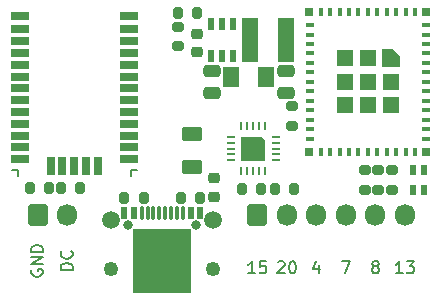
<source format=gbr>
%TF.GenerationSoftware,KiCad,Pcbnew,(6.0.2-0)*%
%TF.CreationDate,2022-03-06T08:12:54+00:00*%
%TF.ProjectId,Glider,476c6964-6572-42e6-9b69-6361645f7063,1*%
%TF.SameCoordinates,Original*%
%TF.FileFunction,Soldermask,Top*%
%TF.FilePolarity,Negative*%
%FSLAX46Y46*%
G04 Gerber Fmt 4.6, Leading zero omitted, Abs format (unit mm)*
G04 Created by KiCad (PCBNEW (6.0.2-0)) date 2022-03-06 08:12:54*
%MOMM*%
%LPD*%
G01*
G04 APERTURE LIST*
G04 Aperture macros list*
%AMRoundRect*
0 Rectangle with rounded corners*
0 $1 Rounding radius*
0 $2 $3 $4 $5 $6 $7 $8 $9 X,Y pos of 4 corners*
0 Add a 4 corners polygon primitive as box body*
4,1,4,$2,$3,$4,$5,$6,$7,$8,$9,$2,$3,0*
0 Add four circle primitives for the rounded corners*
1,1,$1+$1,$2,$3*
1,1,$1+$1,$4,$5*
1,1,$1+$1,$6,$7*
1,1,$1+$1,$8,$9*
0 Add four rect primitives between the rounded corners*
20,1,$1+$1,$2,$3,$4,$5,0*
20,1,$1+$1,$4,$5,$6,$7,0*
20,1,$1+$1,$6,$7,$8,$9,0*
20,1,$1+$1,$8,$9,$2,$3,0*%
%AMOutline5P*
0 Free polygon, 5 corners , with rotation*
0 The origin of the aperture is its center*
0 number of corners: always 5*
0 $1 to $10 corner X, Y*
0 $11 Rotation angle, in degrees counterclockwise*
0 create outline with 5 corners*
4,1,5,$1,$2,$3,$4,$5,$6,$7,$8,$9,$10,$1,$2,$11*%
%AMOutline6P*
0 Free polygon, 6 corners , with rotation*
0 The origin of the aperture is its center*
0 number of corners: always 6*
0 $1 to $12 corner X, Y*
0 $13 Rotation angle, in degrees counterclockwise*
0 create outline with 6 corners*
4,1,6,$1,$2,$3,$4,$5,$6,$7,$8,$9,$10,$11,$12,$1,$2,$13*%
%AMOutline7P*
0 Free polygon, 7 corners , with rotation*
0 The origin of the aperture is its center*
0 number of corners: always 7*
0 $1 to $14 corner X, Y*
0 $15 Rotation angle, in degrees counterclockwise*
0 create outline with 7 corners*
4,1,7,$1,$2,$3,$4,$5,$6,$7,$8,$9,$10,$11,$12,$13,$14,$1,$2,$15*%
%AMOutline8P*
0 Free polygon, 8 corners , with rotation*
0 The origin of the aperture is its center*
0 number of corners: always 8*
0 $1 to $16 corner X, Y*
0 $17 Rotation angle, in degrees counterclockwise*
0 create outline with 8 corners*
4,1,8,$1,$2,$3,$4,$5,$6,$7,$8,$9,$10,$11,$12,$13,$14,$15,$16,$1,$2,$17*%
G04 Aperture macros list end*
%ADD10C,0.200000*%
%ADD11RoundRect,0.200000X0.200000X0.275000X-0.200000X0.275000X-0.200000X-0.275000X0.200000X-0.275000X0*%
%ADD12R,0.600000X1.140000*%
%ADD13RoundRect,0.075000X-0.075000X-0.495000X0.075000X-0.495000X0.075000X0.495000X-0.075000X0.495000X0*%
%ADD14R,5.000000X5.490000*%
%ADD15C,1.500000*%
%ADD16C,0.800000*%
%ADD17C,1.250000*%
%ADD18RoundRect,0.200000X0.275000X-0.200000X0.275000X0.200000X-0.275000X0.200000X-0.275000X-0.200000X0*%
%ADD19R,0.500000X0.850000*%
%ADD20RoundRect,0.250000X-0.625000X0.375000X-0.625000X-0.375000X0.625000X-0.375000X0.625000X0.375000X0*%
%ADD21RoundRect,0.225000X-0.250000X0.225000X-0.250000X-0.225000X0.250000X-0.225000X0.250000X0.225000X0*%
%ADD22R,1.500000X0.700000*%
%ADD23R,0.700000X1.500000*%
%ADD24RoundRect,0.200000X-0.275000X0.200000X-0.275000X-0.200000X0.275000X-0.200000X0.275000X0.200000X0*%
%ADD25RoundRect,0.200000X-0.200000X-0.275000X0.200000X-0.275000X0.200000X0.275000X-0.200000X0.275000X0*%
%ADD26RoundRect,0.250000X-0.600000X-0.675000X0.600000X-0.675000X0.600000X0.675000X-0.600000X0.675000X0*%
%ADD27O,1.700000X1.850000*%
%ADD28R,0.400000X0.800000*%
%ADD29R,0.800000X0.400000*%
%ADD30Outline5P,-0.725000X0.130500X-0.130500X0.725000X0.725000X0.725000X0.725000X-0.725000X-0.725000X-0.725000X270.000000*%
%ADD31R,1.450000X1.450000*%
%ADD32R,0.700000X0.700000*%
%ADD33RoundRect,0.062500X-0.062500X0.287500X-0.062500X-0.287500X0.062500X-0.287500X0.062500X0.287500X0*%
%ADD34RoundRect,0.062500X-0.287500X0.062500X-0.287500X-0.062500X0.287500X-0.062500X0.287500X0.062500X0*%
%ADD35Outline5P,-1.000000X0.750000X-0.750000X1.000000X1.000000X1.000000X1.000000X-1.000000X-1.000000X-1.000000X270.000000*%
%ADD36RoundRect,0.225000X0.250000X-0.225000X0.250000X0.225000X-0.250000X0.225000X-0.250000X-0.225000X0*%
%ADD37R,0.600000X1.100000*%
%ADD38R,1.425000X3.700000*%
%ADD39RoundRect,0.249375X-0.463125X-0.625625X0.463125X-0.625625X0.463125X0.625625X-0.463125X0.625625X0*%
%ADD40RoundRect,0.250000X-0.475000X0.250000X-0.475000X-0.250000X0.475000X-0.250000X0.475000X0.250000X0*%
G04 APERTURE END LIST*
D10*
X86000000Y-140261904D02*
X85952380Y-140357142D01*
X85952380Y-140500000D01*
X86000000Y-140642857D01*
X86095238Y-140738095D01*
X86190476Y-140785714D01*
X86380952Y-140833333D01*
X86523809Y-140833333D01*
X86714285Y-140785714D01*
X86809523Y-140738095D01*
X86904761Y-140642857D01*
X86952380Y-140500000D01*
X86952380Y-140404761D01*
X86904761Y-140261904D01*
X86857142Y-140214285D01*
X86523809Y-140214285D01*
X86523809Y-140404761D01*
X86952380Y-139785714D02*
X85952380Y-139785714D01*
X86952380Y-139214285D01*
X85952380Y-139214285D01*
X86952380Y-138738095D02*
X85952380Y-138738095D01*
X85952380Y-138500000D01*
X86000000Y-138357142D01*
X86095238Y-138261904D01*
X86190476Y-138214285D01*
X86380952Y-138166666D01*
X86523809Y-138166666D01*
X86714285Y-138214285D01*
X86809523Y-138261904D01*
X86904761Y-138357142D01*
X86952380Y-138500000D01*
X86952380Y-138738095D01*
X104909523Y-140552380D02*
X104338095Y-140552380D01*
X104623809Y-140552380D02*
X104623809Y-139552380D01*
X104528571Y-139695238D01*
X104433333Y-139790476D01*
X104338095Y-139838095D01*
X105814285Y-139552380D02*
X105338095Y-139552380D01*
X105290476Y-140028571D01*
X105338095Y-139980952D01*
X105433333Y-139933333D01*
X105671428Y-139933333D01*
X105766666Y-139980952D01*
X105814285Y-140028571D01*
X105861904Y-140123809D01*
X105861904Y-140361904D01*
X105814285Y-140457142D01*
X105766666Y-140504761D01*
X105671428Y-140552380D01*
X105433333Y-140552380D01*
X105338095Y-140504761D01*
X105290476Y-140457142D01*
X115004761Y-139980952D02*
X114909523Y-139933333D01*
X114861904Y-139885714D01*
X114814285Y-139790476D01*
X114814285Y-139742857D01*
X114861904Y-139647619D01*
X114909523Y-139600000D01*
X115004761Y-139552380D01*
X115195238Y-139552380D01*
X115290476Y-139600000D01*
X115338095Y-139647619D01*
X115385714Y-139742857D01*
X115385714Y-139790476D01*
X115338095Y-139885714D01*
X115290476Y-139933333D01*
X115195238Y-139980952D01*
X115004761Y-139980952D01*
X114909523Y-140028571D01*
X114861904Y-140076190D01*
X114814285Y-140171428D01*
X114814285Y-140361904D01*
X114861904Y-140457142D01*
X114909523Y-140504761D01*
X115004761Y-140552380D01*
X115195238Y-140552380D01*
X115290476Y-140504761D01*
X115338095Y-140457142D01*
X115385714Y-140361904D01*
X115385714Y-140171428D01*
X115338095Y-140076190D01*
X115290476Y-140028571D01*
X115195238Y-139980952D01*
X89452380Y-140261904D02*
X88452380Y-140261904D01*
X88452380Y-140023809D01*
X88500000Y-139880952D01*
X88595238Y-139785714D01*
X88690476Y-139738095D01*
X88880952Y-139690476D01*
X89023809Y-139690476D01*
X89214285Y-139738095D01*
X89309523Y-139785714D01*
X89404761Y-139880952D01*
X89452380Y-140023809D01*
X89452380Y-140261904D01*
X89357142Y-138690476D02*
X89404761Y-138738095D01*
X89452380Y-138880952D01*
X89452380Y-138976190D01*
X89404761Y-139119047D01*
X89309523Y-139214285D01*
X89214285Y-139261904D01*
X89023809Y-139309523D01*
X88880952Y-139309523D01*
X88690476Y-139261904D01*
X88595238Y-139214285D01*
X88500000Y-139119047D01*
X88452380Y-138976190D01*
X88452380Y-138880952D01*
X88500000Y-138738095D01*
X88547619Y-138690476D01*
X112266666Y-139552380D02*
X112933333Y-139552380D01*
X112504761Y-140552380D01*
X117409523Y-140552380D02*
X116838095Y-140552380D01*
X117123809Y-140552380D02*
X117123809Y-139552380D01*
X117028571Y-139695238D01*
X116933333Y-139790476D01*
X116838095Y-139838095D01*
X117742857Y-139552380D02*
X118361904Y-139552380D01*
X118028571Y-139933333D01*
X118171428Y-139933333D01*
X118266666Y-139980952D01*
X118314285Y-140028571D01*
X118361904Y-140123809D01*
X118361904Y-140361904D01*
X118314285Y-140457142D01*
X118266666Y-140504761D01*
X118171428Y-140552380D01*
X117885714Y-140552380D01*
X117790476Y-140504761D01*
X117742857Y-140457142D01*
X110290476Y-139885714D02*
X110290476Y-140552380D01*
X110052380Y-139504761D02*
X109814285Y-140219047D01*
X110433333Y-140219047D01*
X106838095Y-139647619D02*
X106885714Y-139600000D01*
X106980952Y-139552380D01*
X107219047Y-139552380D01*
X107314285Y-139600000D01*
X107361904Y-139647619D01*
X107409523Y-139742857D01*
X107409523Y-139838095D01*
X107361904Y-139980952D01*
X106790476Y-140552380D01*
X107409523Y-140552380D01*
X108028571Y-139552380D02*
X108123809Y-139552380D01*
X108219047Y-139600000D01*
X108266666Y-139647619D01*
X108314285Y-139742857D01*
X108361904Y-139933333D01*
X108361904Y-140171428D01*
X108314285Y-140361904D01*
X108266666Y-140457142D01*
X108219047Y-140504761D01*
X108123809Y-140552380D01*
X108028571Y-140552380D01*
X107933333Y-140504761D01*
X107885714Y-140457142D01*
X107838095Y-140361904D01*
X107790476Y-140171428D01*
X107790476Y-139933333D01*
X107838095Y-139742857D01*
X107885714Y-139647619D01*
X107933333Y-139600000D01*
X108028571Y-139552380D01*
%TO.C,U2*%
X84800000Y-131850000D02*
X84800000Y-132350000D01*
X94400000Y-131850000D02*
X94900000Y-131850000D01*
X94400000Y-131850000D02*
X94400000Y-132350000D01*
X84800000Y-131850000D02*
X84300000Y-131850000D01*
%TD*%
D11*
%TO.C,R2*%
X95475000Y-134150000D03*
X93825000Y-134150000D03*
%TD*%
D12*
%TO.C,J3*%
X93850000Y-135440000D03*
X94650000Y-135440000D03*
D13*
X95800000Y-135440000D03*
X96800000Y-135440000D03*
X97300000Y-135440000D03*
X98300000Y-135440000D03*
D12*
X100250000Y-135440000D03*
X99450000Y-135440000D03*
D13*
X98800000Y-135440000D03*
X97800000Y-135440000D03*
X96300000Y-135440000D03*
X95300000Y-135440000D03*
D14*
X97050000Y-139555000D03*
D15*
X101370000Y-136020000D03*
X92730000Y-136020000D03*
D16*
X99940000Y-136510000D03*
D17*
X101370000Y-140190000D03*
X92730000Y-140190000D03*
D16*
X94160000Y-136510000D03*
%TD*%
D11*
%TO.C,R3*%
X100275000Y-134150000D03*
X98625000Y-134150000D03*
%TD*%
D18*
%TO.C,R9*%
X114200000Y-133475000D03*
X114200000Y-131825000D03*
%TD*%
%TO.C,R10*%
X116500000Y-133475000D03*
X116500000Y-131825000D03*
%TD*%
%TO.C,R11*%
X115350000Y-133475000D03*
X115350000Y-131825000D03*
%TD*%
D19*
%TO.C,D2*%
X119250000Y-131775000D03*
X119250000Y-133525000D03*
X118250000Y-133525000D03*
X118250000Y-131775000D03*
%TD*%
D20*
%TO.C,D1*%
X99600000Y-128800000D03*
X99600000Y-131600000D03*
%TD*%
D21*
%TO.C,C1*%
X101400000Y-132525000D03*
X101400000Y-134075000D03*
%TD*%
D22*
%TO.C,U2*%
X94200000Y-130900000D03*
X94200000Y-129900000D03*
X94200000Y-128900000D03*
X94200000Y-127900000D03*
X94200000Y-126900000D03*
X94200000Y-125900000D03*
X94200000Y-124900000D03*
X94200000Y-123900000D03*
X94200000Y-122900000D03*
X94200000Y-121900000D03*
X94200000Y-120900000D03*
X94200000Y-119900000D03*
X94200000Y-118750000D03*
X85000000Y-118750000D03*
X85000000Y-119900000D03*
X85000000Y-120900000D03*
X85000000Y-121900000D03*
X85000000Y-122900000D03*
X85000000Y-123900000D03*
X85000000Y-124900000D03*
X85000000Y-125900000D03*
X85000000Y-126900000D03*
X85000000Y-127900000D03*
X85000000Y-128900000D03*
X85000000Y-129900000D03*
X85000000Y-130900000D03*
D23*
X87600000Y-131500000D03*
X88600000Y-131500000D03*
X89600000Y-131500000D03*
X90600000Y-131500000D03*
X91600000Y-131500000D03*
%TD*%
D24*
%TO.C,R1*%
X108070000Y-126425000D03*
X108070000Y-128075000D03*
%TD*%
D25*
%TO.C,R4*%
X103775000Y-133400000D03*
X105425000Y-133400000D03*
%TD*%
D26*
%TO.C,J2*%
X105100000Y-135650000D03*
D27*
X107600000Y-135650000D03*
X110100000Y-135650000D03*
X112600000Y-135650000D03*
X115100000Y-135650000D03*
X117600000Y-135650000D03*
%TD*%
D28*
%TO.C,U1*%
X118456750Y-118450000D03*
X117656750Y-118450000D03*
X116856750Y-118450000D03*
X116056750Y-118450000D03*
X115256750Y-118450000D03*
X114456750Y-118450000D03*
X113656750Y-118450000D03*
X112856750Y-118450000D03*
X112056750Y-118450000D03*
X111256750Y-118450000D03*
X110456750Y-118450000D03*
D29*
X109556750Y-119550000D03*
X109556750Y-120350000D03*
X109556750Y-121150000D03*
X109556750Y-121950000D03*
X109556750Y-122750000D03*
X109556750Y-123550000D03*
X109556750Y-124350000D03*
X109556750Y-125150000D03*
X109556750Y-125950000D03*
X109556750Y-126750000D03*
X109556750Y-127550000D03*
X109556750Y-128350000D03*
X109556750Y-129150000D03*
D28*
X110456750Y-130250000D03*
X111256750Y-130250000D03*
X112056750Y-130250000D03*
X112856750Y-130250000D03*
X113656750Y-130250000D03*
X114456750Y-130250000D03*
X115256750Y-130250000D03*
X116056750Y-130250000D03*
X116856750Y-130250000D03*
X117656750Y-130250000D03*
X118456750Y-130250000D03*
D29*
X119356750Y-129150000D03*
X119356750Y-128350000D03*
X119356750Y-127550000D03*
X119356750Y-126750000D03*
X119356750Y-125950000D03*
X119356750Y-125150000D03*
X119356750Y-124350000D03*
X119356750Y-123550000D03*
X119356750Y-122750000D03*
X119356750Y-121950000D03*
X119356750Y-121150000D03*
X119356750Y-120350000D03*
X119356750Y-119550000D03*
D30*
X116431750Y-122375000D03*
D31*
X112481750Y-124350000D03*
X116431750Y-124350000D03*
X114456750Y-126325000D03*
X112481750Y-122375000D03*
X114456750Y-122375000D03*
X116431750Y-126325000D03*
X114456750Y-124350000D03*
X112481750Y-126325000D03*
D32*
X119406750Y-130300000D03*
X109506750Y-130300000D03*
X109506750Y-118400000D03*
X119406750Y-118400000D03*
%TD*%
D11*
%TO.C,R12*%
X100000000Y-118500000D03*
X98350000Y-118500000D03*
%TD*%
D26*
%TO.C,J1*%
X86500000Y-135650000D03*
D27*
X89000000Y-135650000D03*
%TD*%
D33*
%TO.C,U3*%
X105750000Y-128100000D03*
X105250000Y-128100000D03*
X104750000Y-128100000D03*
X104250000Y-128100000D03*
X103750000Y-128100000D03*
D34*
X102850000Y-129000000D03*
X102850000Y-129500000D03*
X102850000Y-130000000D03*
X102850000Y-130500000D03*
X102850000Y-131000000D03*
D33*
X103750000Y-131900000D03*
X104250000Y-131900000D03*
X104750000Y-131900000D03*
X105250000Y-131900000D03*
X105750000Y-131900000D03*
D34*
X106650000Y-131000000D03*
X106650000Y-130500000D03*
X106650000Y-130000000D03*
X106650000Y-129500000D03*
X106650000Y-129000000D03*
D35*
X104750000Y-130000000D03*
%TD*%
D36*
%TO.C,U4*%
X100000000Y-121825000D03*
X100000000Y-120275000D03*
D37*
X103050000Y-122150000D03*
D38*
X104500000Y-120850000D03*
D39*
X102897500Y-123970000D03*
D37*
X103050000Y-119450000D03*
X101150000Y-122150000D03*
X102100000Y-122150000D03*
D40*
X101250000Y-123400000D03*
D37*
X102100000Y-119450000D03*
D40*
X107500000Y-125300000D03*
X101250000Y-125300000D03*
D39*
X105862500Y-123970000D03*
D38*
X107500000Y-120850000D03*
D40*
X107500000Y-123400000D03*
D37*
X101150000Y-119450000D03*
%TD*%
D25*
%TO.C,R5*%
X106575000Y-133400000D03*
X108225000Y-133400000D03*
%TD*%
D11*
%TO.C,R6*%
X87475000Y-133300000D03*
X85825000Y-133300000D03*
%TD*%
D18*
%TO.C,R8*%
X98350000Y-121325000D03*
X98350000Y-119675000D03*
%TD*%
D11*
%TO.C,R7*%
X90125000Y-133300000D03*
X88475000Y-133300000D03*
%TD*%
M02*

</source>
